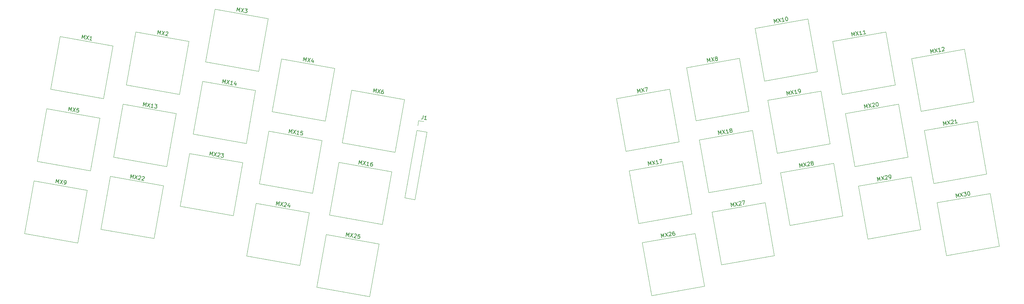
<source format=gto>
%TF.GenerationSoftware,KiCad,Pcbnew,5.1.6*%
%TF.CreationDate,2020-09-20T21:14:21+03:00*%
%TF.ProjectId,Ball40,42616c6c-3430-42e6-9b69-6361645f7063,rev?*%
%TF.SameCoordinates,Original*%
%TF.FileFunction,Legend,Top*%
%TF.FilePolarity,Positive*%
%FSLAX46Y46*%
G04 Gerber Fmt 4.6, Leading zero omitted, Abs format (unit mm)*
G04 Created by KiCad (PCBNEW 5.1.6) date 2020-09-20 21:14:21*
%MOMM*%
%LPD*%
G01*
G04 APERTURE LIST*
%ADD10C,0.120000*%
%ADD11C,0.150000*%
%ADD12C,4.087800*%
%ADD13C,1.850000*%
%ADD14C,3.148000*%
%ADD15C,1.800000*%
%ADD16C,4.100000*%
%ADD17C,2.300000*%
%ADD18C,0.750000*%
%ADD19O,1.000000X2.500000*%
%ADD20O,1.000000X1.800000*%
%ADD21C,0.100000*%
G04 APERTURE END LIST*
D10*
%TO.C,MX30*%
X259287771Y-111198704D02*
X256861906Y-97440940D01*
X273045536Y-108772839D02*
X259287771Y-111198704D01*
X270619671Y-95015075D02*
X273045536Y-108772839D01*
X256861906Y-97440940D02*
X270619671Y-95015075D01*
%TO.C,MX29*%
X238840771Y-106880704D02*
X236414906Y-93122940D01*
X252598536Y-104454839D02*
X238840771Y-106880704D01*
X250172671Y-90697075D02*
X252598536Y-104454839D01*
X236414906Y-93122940D02*
X250172671Y-90697075D01*
%TO.C,MX28*%
X218647771Y-103341814D02*
X216221906Y-89584050D01*
X232405536Y-100915949D02*
X218647771Y-103341814D01*
X229979671Y-87158185D02*
X232405536Y-100915949D01*
X216221906Y-89584050D02*
X229979671Y-87158185D01*
%TO.C,MX27*%
X200867771Y-113611704D02*
X198441906Y-99853940D01*
X214625536Y-111185839D02*
X200867771Y-113611704D01*
X212199671Y-97428075D02*
X214625536Y-111185839D01*
X198441906Y-99853940D02*
X212199671Y-97428075D01*
%TO.C,MX26*%
X182706771Y-121612704D02*
X180280906Y-107854940D01*
X196464536Y-119186839D02*
X182706771Y-121612704D01*
X194038671Y-105429075D02*
X196464536Y-119186839D01*
X180280906Y-107854940D02*
X194038671Y-105429075D01*
%TO.C,MX25*%
X95794185Y-119457950D02*
X98220050Y-105700185D01*
X109551949Y-121883815D02*
X95794185Y-119457950D01*
X111977814Y-108126050D02*
X109551949Y-121883815D01*
X98220050Y-105700185D02*
X111977814Y-108126050D01*
%TO.C,MX24*%
X77633185Y-111329950D02*
X80059050Y-97572185D01*
X91390949Y-113755815D02*
X77633185Y-111329950D01*
X93816814Y-99998050D02*
X91390949Y-113755815D01*
X80059050Y-97572185D02*
X93816814Y-99998050D01*
%TO.C,MX23*%
X60361185Y-98365707D02*
X62787050Y-84607942D01*
X74118949Y-100791572D02*
X60361185Y-98365707D01*
X76544814Y-87033807D02*
X74118949Y-100791572D01*
X62787050Y-84607942D02*
X76544814Y-87033807D01*
%TO.C,MX22*%
X39787185Y-104334707D02*
X42213050Y-90576942D01*
X53544949Y-106760572D02*
X39787185Y-104334707D01*
X55970814Y-93002807D02*
X53544949Y-106760572D01*
X42213050Y-90576942D02*
X55970814Y-93002807D01*
%TO.C,MX21*%
X255985771Y-92402704D02*
X253559906Y-78644940D01*
X269743536Y-89976839D02*
X255985771Y-92402704D01*
X267317671Y-76219075D02*
X269743536Y-89976839D01*
X253559906Y-78644940D02*
X267317671Y-76219075D01*
%TO.C,MX20*%
X235507050Y-87974814D02*
X233081185Y-74217050D01*
X249264815Y-85548949D02*
X235507050Y-87974814D01*
X246838950Y-71791185D02*
X249264815Y-85548949D01*
X233081185Y-74217050D02*
X246838950Y-71791185D01*
%TO.C,MX19*%
X215345771Y-84528704D02*
X212919906Y-70770940D01*
X229103536Y-82102839D02*
X215345771Y-84528704D01*
X226677671Y-68345075D02*
X229103536Y-82102839D01*
X212919906Y-70770940D02*
X226677671Y-68345075D01*
%TO.C,MX18*%
X197565771Y-94815704D02*
X195139906Y-81057940D01*
X211323536Y-92389839D02*
X197565771Y-94815704D01*
X208897671Y-78632075D02*
X211323536Y-92389839D01*
X195139906Y-81057940D02*
X208897671Y-78632075D01*
%TO.C,MX17*%
X179373050Y-102833814D02*
X176947185Y-89076050D01*
X193130815Y-100407949D02*
X179373050Y-102833814D01*
X190704950Y-86650185D02*
X193130815Y-100407949D01*
X176947185Y-89076050D02*
X190704950Y-86650185D01*
%TO.C,MX16*%
X99096185Y-100661950D02*
X101522050Y-86904185D01*
X112853949Y-103087815D02*
X99096185Y-100661950D01*
X115279814Y-89330050D02*
X112853949Y-103087815D01*
X101522050Y-86904185D02*
X115279814Y-89330050D01*
%TO.C,MX15*%
X80935185Y-92533950D02*
X83361050Y-78776185D01*
X94692949Y-94959815D02*
X80935185Y-92533950D01*
X97118814Y-81202050D02*
X94692949Y-94959815D01*
X83361050Y-78776185D02*
X97118814Y-81202050D01*
%TO.C,MX14*%
X63708641Y-79569707D02*
X66134506Y-65811942D01*
X77466405Y-81995572D02*
X63708641Y-79569707D01*
X79892270Y-68237807D02*
X77466405Y-81995572D01*
X66134506Y-65811942D02*
X79892270Y-68237807D01*
%TO.C,MX13*%
X43089185Y-85548950D02*
X45515050Y-71791185D01*
X56846949Y-87974815D02*
X43089185Y-85548950D01*
X59272814Y-74217050D02*
X56846949Y-87974815D01*
X45515050Y-71791185D02*
X59272814Y-74217050D01*
%TO.C,MX12*%
X252652050Y-73623814D02*
X250226185Y-59866050D01*
X266409815Y-71197949D02*
X252652050Y-73623814D01*
X263983950Y-57440185D02*
X266409815Y-71197949D01*
X250226185Y-59866050D02*
X263983950Y-57440185D01*
%TO.C,MX11*%
X232205050Y-69178814D02*
X229779185Y-55421050D01*
X245962815Y-66752949D02*
X232205050Y-69178814D01*
X243536950Y-52995185D02*
X245962815Y-66752949D01*
X229779185Y-55421050D02*
X243536950Y-52995185D01*
%TO.C,MX10*%
X212012050Y-65749814D02*
X209586185Y-51992050D01*
X225769815Y-63323949D02*
X212012050Y-65749814D01*
X223343950Y-49566185D02*
X225769815Y-63323949D01*
X209586185Y-51992050D02*
X223343950Y-49566185D01*
%TO.C,MX9*%
X19975185Y-105487950D02*
X22401050Y-91730185D01*
X33732949Y-107913815D02*
X19975185Y-105487950D01*
X36158814Y-94156050D02*
X33732949Y-107913815D01*
X22401050Y-91730185D02*
X36158814Y-94156050D01*
%TO.C,MX8*%
X194232050Y-76036814D02*
X191806185Y-62279050D01*
X207989815Y-73610949D02*
X194232050Y-76036814D01*
X205563950Y-59853185D02*
X207989815Y-73610949D01*
X191806185Y-62279050D02*
X205563950Y-59853185D01*
%TO.C,MX7*%
X176071050Y-84037814D02*
X173645185Y-70280050D01*
X189828815Y-81611949D02*
X176071050Y-84037814D01*
X187402950Y-67854185D02*
X189828815Y-81611949D01*
X173645185Y-70280050D02*
X187402950Y-67854185D01*
%TO.C,MX6*%
X102398185Y-81865950D02*
X104824050Y-68108185D01*
X116155949Y-84291815D02*
X102398185Y-81865950D01*
X118581814Y-70534050D02*
X116155949Y-84291815D01*
X104824050Y-68108185D02*
X118581814Y-70534050D01*
%TO.C,MX5*%
X23277185Y-86691950D02*
X25703050Y-72934185D01*
X37034949Y-89117815D02*
X23277185Y-86691950D01*
X39460814Y-75360050D02*
X37034949Y-89117815D01*
X25703050Y-72934185D02*
X39460814Y-75360050D01*
%TO.C,MX4*%
X84237185Y-73737950D02*
X86663050Y-59980185D01*
X97994949Y-76163815D02*
X84237185Y-73737950D01*
X100420814Y-62406050D02*
X97994949Y-76163815D01*
X86663050Y-59980185D02*
X100420814Y-62406050D01*
%TO.C,MX3*%
X66965185Y-60783950D02*
X69391050Y-47026185D01*
X80722949Y-63209815D02*
X66965185Y-60783950D01*
X83148814Y-49452050D02*
X80722949Y-63209815D01*
X69391050Y-47026185D02*
X83148814Y-49452050D01*
%TO.C,MX2*%
X46391185Y-66752950D02*
X48817050Y-52995185D01*
X60148949Y-69178815D02*
X46391185Y-66752950D01*
X62574814Y-55421050D02*
X60148949Y-69178815D01*
X48817050Y-52995185D02*
X62574814Y-55421050D01*
%TO.C,MX1*%
X26706185Y-67895950D02*
X29132050Y-54138185D01*
X40463949Y-70321815D02*
X26706185Y-67895950D01*
X42889814Y-56564050D02*
X40463949Y-70321815D01*
X29132050Y-54138185D02*
X42889814Y-56564050D01*
%TO.C,J1*%
X122238158Y-76056254D02*
X123547952Y-76287206D01*
X122007206Y-77366048D02*
X122238158Y-76056254D01*
X121786673Y-78616754D02*
X124406261Y-79078658D01*
X124406261Y-79078658D02*
X121308378Y-96647628D01*
X121786673Y-78616754D02*
X118688789Y-96185724D01*
X118688789Y-96185724D02*
X121308378Y-96647628D01*
%TO.C,MX30*%
D11*
X261929832Y-96103973D02*
X261756184Y-95119166D01*
X262208488Y-95764717D01*
X262412722Y-95003400D01*
X262586371Y-95988208D01*
X262787887Y-94937248D02*
X263618074Y-95806291D01*
X263444426Y-94821483D02*
X262961536Y-95922056D01*
X263725799Y-94771869D02*
X264335442Y-94664373D01*
X264073325Y-95097420D01*
X264214012Y-95072613D01*
X264316072Y-95102971D01*
X264371236Y-95141598D01*
X264434670Y-95227120D01*
X264476015Y-95461598D01*
X264445657Y-95563658D01*
X264407030Y-95618823D01*
X264321508Y-95682256D01*
X264040134Y-95731870D01*
X263938074Y-95701512D01*
X263882910Y-95662886D01*
X264945085Y-94556876D02*
X265038876Y-94540338D01*
X265140937Y-94570696D01*
X265196101Y-94609323D01*
X265259535Y-94694845D01*
X265339506Y-94874158D01*
X265380851Y-95108636D01*
X265367031Y-95304488D01*
X265336674Y-95406548D01*
X265298047Y-95461713D01*
X265212525Y-95525146D01*
X265118733Y-95541684D01*
X265016673Y-95511326D01*
X264961509Y-95472700D01*
X264898075Y-95387177D01*
X264818104Y-95207864D01*
X264776759Y-94973386D01*
X264790579Y-94777535D01*
X264820936Y-94675474D01*
X264859563Y-94620310D01*
X264945085Y-94556876D01*
%TO.C,MX29*%
X241482832Y-91785973D02*
X241309184Y-90801166D01*
X241761488Y-91446717D01*
X241965722Y-90685400D01*
X242139371Y-91670208D01*
X242340887Y-90619248D02*
X243171074Y-91488291D01*
X242997426Y-90503483D02*
X242514536Y-91604056D01*
X243342233Y-90539391D02*
X243380860Y-90484227D01*
X243466382Y-90420793D01*
X243700860Y-90379449D01*
X243802920Y-90409806D01*
X243858085Y-90448433D01*
X243921518Y-90533955D01*
X243938056Y-90627746D01*
X243915967Y-90776702D01*
X243452448Y-91438677D01*
X244062091Y-91331180D01*
X244531047Y-91248491D02*
X244718629Y-91215415D01*
X244804151Y-91151981D01*
X244842778Y-91096817D01*
X244911762Y-90939592D01*
X244925582Y-90743741D01*
X244859430Y-90368576D01*
X244795997Y-90283054D01*
X244740832Y-90244427D01*
X244638772Y-90214069D01*
X244451190Y-90247145D01*
X244365667Y-90310579D01*
X244327041Y-90365743D01*
X244296683Y-90467803D01*
X244338028Y-90702281D01*
X244401461Y-90787804D01*
X244456626Y-90826430D01*
X244558686Y-90856788D01*
X244746269Y-90823712D01*
X244831791Y-90760279D01*
X244870417Y-90705114D01*
X244900775Y-90603054D01*
%TO.C,MX28*%
X221289832Y-88247083D02*
X221116184Y-87262276D01*
X221568488Y-87907827D01*
X221772722Y-87146510D01*
X221946371Y-88131318D01*
X222147887Y-87080358D02*
X222978074Y-87949401D01*
X222804426Y-86964593D02*
X222321536Y-88065166D01*
X223149233Y-87000501D02*
X223187860Y-86945337D01*
X223273382Y-86881903D01*
X223507860Y-86840559D01*
X223609920Y-86870916D01*
X223665085Y-86909543D01*
X223728518Y-86995065D01*
X223745056Y-87088856D01*
X223722967Y-87237812D01*
X223259448Y-87899787D01*
X223869091Y-87792290D01*
X224332610Y-87130316D02*
X224230550Y-87099958D01*
X224175386Y-87061331D01*
X224111952Y-86975809D01*
X224103683Y-86928913D01*
X224134041Y-86826853D01*
X224172667Y-86771689D01*
X224258190Y-86708255D01*
X224445772Y-86675179D01*
X224547832Y-86705537D01*
X224602997Y-86744164D01*
X224666430Y-86829686D01*
X224674699Y-86876582D01*
X224644342Y-86978642D01*
X224605715Y-87033806D01*
X224520193Y-87097240D01*
X224332610Y-87130316D01*
X224247088Y-87193749D01*
X224208461Y-87248914D01*
X224178104Y-87350974D01*
X224211180Y-87538556D01*
X224274613Y-87624079D01*
X224329778Y-87662705D01*
X224431838Y-87693063D01*
X224619420Y-87659987D01*
X224704943Y-87596554D01*
X224743569Y-87541389D01*
X224773927Y-87439329D01*
X224740851Y-87251746D01*
X224677417Y-87166224D01*
X224622253Y-87127597D01*
X224520193Y-87097240D01*
%TO.C,MX27*%
X203509832Y-98516973D02*
X203336184Y-97532166D01*
X203788488Y-98177717D01*
X203992722Y-97416400D01*
X204166371Y-98401208D01*
X204367887Y-97350248D02*
X205198074Y-98219291D01*
X205024426Y-97234483D02*
X204541536Y-98335056D01*
X205369233Y-97270391D02*
X205407860Y-97215227D01*
X205493382Y-97151793D01*
X205727860Y-97110449D01*
X205829920Y-97140806D01*
X205885085Y-97179433D01*
X205948518Y-97264955D01*
X205965056Y-97358746D01*
X205942967Y-97507702D01*
X205479448Y-98169677D01*
X206089091Y-98062180D01*
X206243712Y-97019490D02*
X206900250Y-96903725D01*
X206651838Y-97962953D01*
%TO.C,MX26*%
X185348832Y-106517973D02*
X185175184Y-105533166D01*
X185627488Y-106178717D01*
X185831722Y-105417400D01*
X186005371Y-106402208D01*
X186206887Y-105351248D02*
X187037074Y-106220291D01*
X186863426Y-105235483D02*
X186380536Y-106336056D01*
X187208233Y-105271391D02*
X187246860Y-105216227D01*
X187332382Y-105152793D01*
X187566860Y-105111449D01*
X187668920Y-105141806D01*
X187724085Y-105180433D01*
X187787518Y-105265955D01*
X187804056Y-105359746D01*
X187781967Y-105508702D01*
X187318448Y-106170677D01*
X187928091Y-106063180D01*
X188598563Y-104929531D02*
X188410981Y-104962607D01*
X188325459Y-105026041D01*
X188286832Y-105081205D01*
X188217848Y-105238430D01*
X188204028Y-105434281D01*
X188270180Y-105809446D01*
X188333613Y-105894969D01*
X188388778Y-105933595D01*
X188490838Y-105963953D01*
X188678420Y-105930877D01*
X188763943Y-105867444D01*
X188802569Y-105812279D01*
X188832927Y-105710219D01*
X188791582Y-105475741D01*
X188728149Y-105390219D01*
X188672984Y-105351592D01*
X188570924Y-105321234D01*
X188383341Y-105354310D01*
X188297819Y-105417744D01*
X188259192Y-105472908D01*
X188228835Y-105574968D01*
%TO.C,MX25*%
X103439612Y-106177180D02*
X103613260Y-105192372D01*
X103817495Y-105953689D01*
X104269799Y-105308138D01*
X104096150Y-106292946D01*
X104644963Y-105374290D02*
X105127854Y-106474863D01*
X105301502Y-105490055D02*
X104471315Y-106359097D01*
X105613233Y-105641729D02*
X105668398Y-105603102D01*
X105770458Y-105572745D01*
X106004936Y-105614089D01*
X106090458Y-105677523D01*
X106129085Y-105732688D01*
X106159443Y-105834748D01*
X106142905Y-105928539D01*
X106071202Y-106060957D01*
X105409227Y-106524477D01*
X106018870Y-106631973D01*
X107083535Y-105804276D02*
X106614579Y-105721586D01*
X106484994Y-106182273D01*
X106540158Y-106143646D01*
X106642218Y-106113289D01*
X106876697Y-106154634D01*
X106962219Y-106218067D01*
X107000845Y-106273232D01*
X107031203Y-106375292D01*
X106989858Y-106609770D01*
X106926425Y-106695292D01*
X106871260Y-106733919D01*
X106769200Y-106764276D01*
X106534722Y-106722932D01*
X106449200Y-106659498D01*
X106410573Y-106604334D01*
%TO.C,MX24*%
X85278612Y-98049180D02*
X85452260Y-97064372D01*
X85656495Y-97825689D01*
X86108799Y-97180138D01*
X85935150Y-98164946D01*
X86483963Y-97246290D02*
X86966854Y-98346863D01*
X87140502Y-97362055D02*
X86310315Y-98231097D01*
X87452233Y-97513729D02*
X87507398Y-97475102D01*
X87609458Y-97444745D01*
X87843936Y-97486089D01*
X87929458Y-97549523D01*
X87968085Y-97604688D01*
X87998443Y-97706748D01*
X87981905Y-97800539D01*
X87910202Y-97932957D01*
X87248227Y-98396477D01*
X87857870Y-98503973D01*
X88817757Y-97996276D02*
X88701991Y-98652814D01*
X88649430Y-97579766D02*
X88290918Y-98241856D01*
X88900561Y-98349352D01*
%TO.C,MX23*%
X68006612Y-85084937D02*
X68180260Y-84100129D01*
X68384495Y-84861446D01*
X68836799Y-84215895D01*
X68663150Y-85200703D01*
X69211963Y-84282047D02*
X69694854Y-85382620D01*
X69868502Y-84397812D02*
X69038315Y-85266854D01*
X70180233Y-84549486D02*
X70235398Y-84510859D01*
X70337458Y-84480502D01*
X70571936Y-84521846D01*
X70657458Y-84585280D01*
X70696085Y-84640445D01*
X70726443Y-84742505D01*
X70709905Y-84836296D01*
X70638202Y-84968714D01*
X69976227Y-85432234D01*
X70585870Y-85539730D01*
X71087788Y-84612805D02*
X71697431Y-84720302D01*
X71303010Y-85037584D01*
X71443697Y-85062391D01*
X71529219Y-85125824D01*
X71567845Y-85180989D01*
X71598203Y-85283049D01*
X71556858Y-85517527D01*
X71493425Y-85603049D01*
X71438260Y-85641676D01*
X71336200Y-85672033D01*
X71054826Y-85622420D01*
X70969304Y-85558986D01*
X70930677Y-85503822D01*
%TO.C,MX22*%
X47432612Y-91053937D02*
X47606260Y-90069129D01*
X47810495Y-90830446D01*
X48262799Y-90184895D01*
X48089150Y-91169703D01*
X48637963Y-90251047D02*
X49120854Y-91351620D01*
X49294502Y-90366812D02*
X48464315Y-91235854D01*
X49606233Y-90518486D02*
X49661398Y-90479859D01*
X49763458Y-90449502D01*
X49997936Y-90490846D01*
X50083458Y-90554280D01*
X50122085Y-90609445D01*
X50152443Y-90711505D01*
X50135905Y-90805296D01*
X50064202Y-90937714D01*
X49402227Y-91401234D01*
X50011870Y-91508730D01*
X50544145Y-90683865D02*
X50599310Y-90645239D01*
X50701370Y-90614881D01*
X50935848Y-90656226D01*
X51021370Y-90719659D01*
X51059997Y-90774824D01*
X51090355Y-90876884D01*
X51073817Y-90970675D01*
X51002114Y-91103093D01*
X50340140Y-91566613D01*
X50949782Y-91674109D01*
%TO.C,MX21*%
X258627832Y-77307973D02*
X258454184Y-76323166D01*
X258906488Y-76968717D01*
X259110722Y-76207400D01*
X259284371Y-77192208D01*
X259485887Y-76141248D02*
X260316074Y-77010291D01*
X260142426Y-76025483D02*
X259659536Y-77126056D01*
X260487233Y-76061391D02*
X260525860Y-76006227D01*
X260611382Y-75942793D01*
X260845860Y-75901449D01*
X260947920Y-75931806D01*
X261003085Y-75970433D01*
X261066518Y-76055955D01*
X261083056Y-76149746D01*
X261060967Y-76298702D01*
X260597448Y-76960677D01*
X261207091Y-76853180D01*
X262145003Y-76687801D02*
X261582255Y-76787029D01*
X261863629Y-76737415D02*
X261689981Y-75752607D01*
X261620997Y-75909832D01*
X261543743Y-76020161D01*
X261458221Y-76083595D01*
%TO.C,MX20*%
X238149111Y-72880083D02*
X237975463Y-71895276D01*
X238427767Y-72540827D01*
X238632001Y-71779510D01*
X238805650Y-72764318D01*
X239007166Y-71713358D02*
X239837353Y-72582401D01*
X239663705Y-71597593D02*
X239180815Y-72698166D01*
X240008512Y-71633501D02*
X240047139Y-71578337D01*
X240132661Y-71514903D01*
X240367139Y-71473559D01*
X240469199Y-71503916D01*
X240524364Y-71542543D01*
X240587797Y-71628065D01*
X240604335Y-71721856D01*
X240582246Y-71870812D01*
X240118727Y-72532787D01*
X240728370Y-72425290D01*
X241164364Y-71332986D02*
X241258155Y-71316448D01*
X241360216Y-71346806D01*
X241415380Y-71385433D01*
X241478814Y-71470955D01*
X241558785Y-71650268D01*
X241600130Y-71884746D01*
X241586310Y-72080598D01*
X241555953Y-72182658D01*
X241517326Y-72237823D01*
X241431804Y-72301256D01*
X241338012Y-72317794D01*
X241235952Y-72287436D01*
X241180788Y-72248810D01*
X241117354Y-72163287D01*
X241037383Y-71983974D01*
X240996038Y-71749496D01*
X241009858Y-71553645D01*
X241040215Y-71451584D01*
X241078842Y-71396420D01*
X241164364Y-71332986D01*
%TO.C,MX19*%
X217987832Y-69433973D02*
X217814184Y-68449166D01*
X218266488Y-69094717D01*
X218470722Y-68333400D01*
X218644371Y-69318208D01*
X218845887Y-68267248D02*
X219676074Y-69136291D01*
X219502426Y-68151483D02*
X219019536Y-69252056D01*
X220567091Y-68979180D02*
X220004343Y-69078408D01*
X220285717Y-69028794D02*
X220112069Y-68043986D01*
X220043084Y-68201211D01*
X219965831Y-68311540D01*
X219880309Y-68374974D01*
X221036047Y-68896491D02*
X221223629Y-68863415D01*
X221309151Y-68799981D01*
X221347778Y-68744817D01*
X221416762Y-68587592D01*
X221430582Y-68391741D01*
X221364430Y-68016576D01*
X221300997Y-67931054D01*
X221245832Y-67892427D01*
X221143772Y-67862069D01*
X220956190Y-67895145D01*
X220870667Y-67958579D01*
X220832041Y-68013743D01*
X220801683Y-68115803D01*
X220843028Y-68350281D01*
X220906461Y-68435804D01*
X220961626Y-68474430D01*
X221063686Y-68504788D01*
X221251269Y-68471712D01*
X221336791Y-68408279D01*
X221375417Y-68353114D01*
X221405775Y-68251054D01*
%TO.C,MX18*%
X200207832Y-79720973D02*
X200034184Y-78736166D01*
X200486488Y-79381717D01*
X200690722Y-78620400D01*
X200864371Y-79605208D01*
X201065887Y-78554248D02*
X201896074Y-79423291D01*
X201722426Y-78438483D02*
X201239536Y-79539056D01*
X202787091Y-79266180D02*
X202224343Y-79365408D01*
X202505717Y-79315794D02*
X202332069Y-78330986D01*
X202263084Y-78488211D01*
X202185831Y-78598540D01*
X202100309Y-78661974D01*
X203250610Y-78604206D02*
X203148550Y-78573848D01*
X203093386Y-78535221D01*
X203029952Y-78449699D01*
X203021683Y-78402803D01*
X203052041Y-78300743D01*
X203090667Y-78245579D01*
X203176190Y-78182145D01*
X203363772Y-78149069D01*
X203465832Y-78179427D01*
X203520997Y-78218054D01*
X203584430Y-78303576D01*
X203592699Y-78350472D01*
X203562342Y-78452532D01*
X203523715Y-78507696D01*
X203438193Y-78571130D01*
X203250610Y-78604206D01*
X203165088Y-78667639D01*
X203126461Y-78722804D01*
X203096104Y-78824864D01*
X203129180Y-79012446D01*
X203192613Y-79097969D01*
X203247778Y-79136595D01*
X203349838Y-79166953D01*
X203537420Y-79133877D01*
X203622943Y-79070444D01*
X203661569Y-79015279D01*
X203691927Y-78913219D01*
X203658851Y-78725636D01*
X203595417Y-78640114D01*
X203540253Y-78601487D01*
X203438193Y-78571130D01*
%TO.C,MX17*%
X182015111Y-87739083D02*
X181841463Y-86754276D01*
X182293767Y-87399827D01*
X182498001Y-86638510D01*
X182671650Y-87623318D01*
X182873166Y-86572358D02*
X183703353Y-87441401D01*
X183529705Y-86456593D02*
X183046815Y-87557166D01*
X184594370Y-87284290D02*
X184031622Y-87383518D01*
X184312996Y-87333904D02*
X184139348Y-86349096D01*
X184070363Y-86506321D01*
X183993110Y-86616650D01*
X183907588Y-86680084D01*
X184748991Y-86241600D02*
X185405529Y-86125835D01*
X185157117Y-87185063D01*
%TO.C,MX16*%
X106741612Y-87381180D02*
X106915260Y-86396372D01*
X107119495Y-87157689D01*
X107571799Y-86512138D01*
X107398150Y-87496946D01*
X107946963Y-86578290D02*
X108429854Y-87678863D01*
X108603502Y-86694055D02*
X107773315Y-87563097D01*
X109320870Y-87835973D02*
X108758123Y-87736746D01*
X109039497Y-87786359D02*
X109213145Y-86801552D01*
X109094547Y-86925700D01*
X108984218Y-87002954D01*
X108882157Y-87033311D01*
X110338639Y-87000007D02*
X110151057Y-86966931D01*
X110048997Y-86997288D01*
X109993832Y-87035915D01*
X109875234Y-87160064D01*
X109795263Y-87339377D01*
X109729111Y-87714542D01*
X109759469Y-87816602D01*
X109798095Y-87871767D01*
X109883618Y-87935201D01*
X110071200Y-87968276D01*
X110173260Y-87937919D01*
X110228425Y-87899292D01*
X110291858Y-87813770D01*
X110333203Y-87579292D01*
X110302845Y-87477232D01*
X110264219Y-87422067D01*
X110178697Y-87358634D01*
X109991114Y-87325558D01*
X109889054Y-87355915D01*
X109833889Y-87394542D01*
X109770456Y-87480064D01*
%TO.C,MX15*%
X88580612Y-79253180D02*
X88754260Y-78268372D01*
X88958495Y-79029689D01*
X89410799Y-78384138D01*
X89237150Y-79368946D01*
X89785963Y-78450290D02*
X90268854Y-79550863D01*
X90442502Y-78566055D02*
X89612315Y-79435097D01*
X91159870Y-79707973D02*
X90597123Y-79608746D01*
X90878497Y-79658359D02*
X91052145Y-78673552D01*
X90933547Y-78797700D01*
X90823218Y-78874954D01*
X90721157Y-78905311D01*
X92224535Y-78880276D02*
X91755579Y-78797586D01*
X91625994Y-79258273D01*
X91681158Y-79219646D01*
X91783218Y-79189289D01*
X92017697Y-79230634D01*
X92103219Y-79294067D01*
X92141845Y-79349232D01*
X92172203Y-79451292D01*
X92130858Y-79685770D01*
X92067425Y-79771292D01*
X92012260Y-79809919D01*
X91910200Y-79840276D01*
X91675722Y-79798932D01*
X91590200Y-79735498D01*
X91551573Y-79680334D01*
%TO.C,MX14*%
X71354068Y-66288937D02*
X71527716Y-65304129D01*
X71731951Y-66065446D01*
X72184255Y-65419895D01*
X72010606Y-66404703D01*
X72559419Y-65486047D02*
X73042310Y-66586620D01*
X73215958Y-65601812D02*
X72385771Y-66470854D01*
X73933326Y-66743730D02*
X73370579Y-66644503D01*
X73651953Y-66694116D02*
X73825601Y-65709309D01*
X73707003Y-65833457D01*
X73596674Y-65910711D01*
X73494613Y-65941068D01*
X74893213Y-66236033D02*
X74777447Y-66892571D01*
X74724886Y-65819523D02*
X74366374Y-66481613D01*
X74976017Y-66589109D01*
%TO.C,MX13*%
X50734612Y-72268180D02*
X50908260Y-71283372D01*
X51112495Y-72044689D01*
X51564799Y-71399138D01*
X51391150Y-72383946D01*
X51939963Y-71465290D02*
X52422854Y-72565863D01*
X52596502Y-71581055D02*
X51766315Y-72450097D01*
X53313870Y-72722973D02*
X52751123Y-72623746D01*
X53032497Y-72673359D02*
X53206145Y-71688552D01*
X53087547Y-71812700D01*
X52977218Y-71889954D01*
X52875157Y-71920311D01*
X53815788Y-71796048D02*
X54425431Y-71903545D01*
X54031010Y-72220827D01*
X54171697Y-72245634D01*
X54257219Y-72309067D01*
X54295845Y-72364232D01*
X54326203Y-72466292D01*
X54284858Y-72700770D01*
X54221425Y-72786292D01*
X54166260Y-72824919D01*
X54064200Y-72855276D01*
X53782826Y-72805663D01*
X53697304Y-72742229D01*
X53658677Y-72687065D01*
%TO.C,MX12*%
X255294111Y-58529083D02*
X255120463Y-57544276D01*
X255572767Y-58189827D01*
X255777001Y-57428510D01*
X255950650Y-58413318D01*
X256152166Y-57362358D02*
X256982353Y-58231401D01*
X256808705Y-57246593D02*
X256325815Y-58347166D01*
X257873370Y-58074290D02*
X257310622Y-58173518D01*
X257591996Y-58123904D02*
X257418348Y-57139096D01*
X257349363Y-57296321D01*
X257272110Y-57406650D01*
X257186588Y-57470084D01*
X258091424Y-57117122D02*
X258130051Y-57061958D01*
X258215573Y-56998524D01*
X258450051Y-56957179D01*
X258552111Y-56987537D01*
X258607276Y-57026164D01*
X258670709Y-57111686D01*
X258687247Y-57205477D01*
X258665159Y-57354433D01*
X258201639Y-58016408D01*
X258811282Y-57908911D01*
%TO.C,MX11*%
X234847111Y-54084083D02*
X234673463Y-53099276D01*
X235125767Y-53744827D01*
X235330001Y-52983510D01*
X235503650Y-53968318D01*
X235705166Y-52917358D02*
X236535353Y-53786401D01*
X236361705Y-52801593D02*
X235878815Y-53902166D01*
X237426370Y-53629290D02*
X236863622Y-53728518D01*
X237144996Y-53678904D02*
X236971348Y-52694096D01*
X236902363Y-52851321D01*
X236825110Y-52961650D01*
X236739588Y-53025084D01*
X238364282Y-53463911D02*
X237801534Y-53563139D01*
X238082908Y-53513525D02*
X237909260Y-52528717D01*
X237840276Y-52685942D01*
X237763022Y-52796271D01*
X237677500Y-52859705D01*
%TO.C,MX10*%
X214654111Y-50655083D02*
X214480463Y-49670276D01*
X214932767Y-50315827D01*
X215137001Y-49554510D01*
X215310650Y-50539318D01*
X215512166Y-49488358D02*
X216342353Y-50357401D01*
X216168705Y-49372593D02*
X215685815Y-50473166D01*
X217233370Y-50200290D02*
X216670622Y-50299518D01*
X216951996Y-50249904D02*
X216778348Y-49265096D01*
X216709363Y-49422321D01*
X216632110Y-49532650D01*
X216546588Y-49596084D01*
X217669364Y-49107986D02*
X217763155Y-49091448D01*
X217865216Y-49121806D01*
X217920380Y-49160433D01*
X217983814Y-49245955D01*
X218063785Y-49425268D01*
X218105130Y-49659746D01*
X218091310Y-49855598D01*
X218060953Y-49957658D01*
X218022326Y-50012823D01*
X217936804Y-50076256D01*
X217843012Y-50092794D01*
X217740952Y-50062436D01*
X217685788Y-50023810D01*
X217622354Y-49938287D01*
X217542383Y-49758974D01*
X217501038Y-49524496D01*
X217514858Y-49328645D01*
X217545215Y-49226584D01*
X217583842Y-49171420D01*
X217669364Y-49107986D01*
%TO.C,MX9*%
X28089568Y-92289870D02*
X28263216Y-91305062D01*
X28467451Y-92066379D01*
X28919755Y-91420828D01*
X28746106Y-92405635D01*
X29294920Y-91486979D02*
X29777810Y-92587552D01*
X29951458Y-91602745D02*
X29121271Y-92471787D01*
X30199870Y-92661973D02*
X30387453Y-92695049D01*
X30489513Y-92664691D01*
X30544677Y-92626065D01*
X30663276Y-92501916D01*
X30743247Y-92322602D01*
X30809399Y-91947437D01*
X30779041Y-91845377D01*
X30740414Y-91790213D01*
X30654892Y-91726779D01*
X30467310Y-91693703D01*
X30365250Y-91724061D01*
X30310085Y-91762688D01*
X30246651Y-91848210D01*
X30205307Y-92082688D01*
X30235664Y-92184748D01*
X30274291Y-92239913D01*
X30359813Y-92303346D01*
X30547396Y-92336422D01*
X30649456Y-92306064D01*
X30704620Y-92267438D01*
X30768054Y-92181915D01*
%TO.C,MX8*%
X197343067Y-60859394D02*
X197169419Y-59874586D01*
X197621723Y-60520137D01*
X197825958Y-59758821D01*
X197999606Y-60743628D01*
X198201122Y-59692669D02*
X199031309Y-60561711D01*
X198857661Y-59576903D02*
X198374771Y-60677477D01*
X199447933Y-59908005D02*
X199345873Y-59877648D01*
X199290709Y-59839021D01*
X199227275Y-59753499D01*
X199219006Y-59706603D01*
X199249364Y-59604543D01*
X199287990Y-59549378D01*
X199373513Y-59485945D01*
X199561095Y-59452869D01*
X199663155Y-59483227D01*
X199718320Y-59521853D01*
X199781753Y-59607376D01*
X199790022Y-59654271D01*
X199759665Y-59756331D01*
X199721038Y-59811496D01*
X199635516Y-59874929D01*
X199447933Y-59908005D01*
X199362411Y-59971439D01*
X199323784Y-60026603D01*
X199293427Y-60128664D01*
X199326503Y-60316246D01*
X199389936Y-60401768D01*
X199445101Y-60440395D01*
X199547161Y-60470753D01*
X199734743Y-60437677D01*
X199820265Y-60374243D01*
X199858892Y-60319079D01*
X199889250Y-60217018D01*
X199856174Y-60029436D01*
X199792740Y-59943914D01*
X199737576Y-59905287D01*
X199635516Y-59874929D01*
%TO.C,MX7*%
X179182067Y-68860394D02*
X179008419Y-67875586D01*
X179460723Y-68521137D01*
X179664958Y-67759821D01*
X179838606Y-68744628D01*
X180040122Y-67693669D02*
X180870309Y-68562711D01*
X180696661Y-67577903D02*
X180213771Y-68678477D01*
X180978035Y-67528290D02*
X181634573Y-67412524D01*
X181386161Y-68471753D01*
%TO.C,MX6*%
X110512568Y-68667870D02*
X110686216Y-67683062D01*
X110890451Y-68444379D01*
X111342755Y-67798828D01*
X111169106Y-68783635D01*
X111717920Y-67864979D02*
X112200810Y-68965552D01*
X112374458Y-67980745D02*
X111544271Y-68849787D01*
X113171683Y-68121317D02*
X112984101Y-68088241D01*
X112882041Y-68118599D01*
X112826876Y-68157225D01*
X112708278Y-68281374D01*
X112628307Y-68460688D01*
X112562155Y-68835853D01*
X112592513Y-68937913D01*
X112631139Y-68993077D01*
X112716662Y-69056511D01*
X112904244Y-69089587D01*
X113006304Y-69059229D01*
X113061469Y-69020602D01*
X113124902Y-68935080D01*
X113166247Y-68700602D01*
X113135889Y-68598542D01*
X113097263Y-68543377D01*
X113011740Y-68479944D01*
X112824158Y-68446868D01*
X112722098Y-68477226D01*
X112666933Y-68515852D01*
X112603500Y-68601375D01*
%TO.C,MX5*%
X31391568Y-73493870D02*
X31565216Y-72509062D01*
X31769451Y-73270379D01*
X32221755Y-72624828D01*
X32048106Y-73609635D01*
X32596920Y-72690979D02*
X33079810Y-73791552D01*
X33253458Y-72806745D02*
X32423271Y-73675787D01*
X34097579Y-72955586D02*
X33628623Y-72872896D01*
X33499038Y-73333583D01*
X33554202Y-73294957D01*
X33656262Y-73264599D01*
X33890740Y-73305944D01*
X33976263Y-73369377D01*
X34014889Y-73424542D01*
X34045247Y-73526602D01*
X34003902Y-73761080D01*
X33940469Y-73846602D01*
X33885304Y-73885229D01*
X33783244Y-73915587D01*
X33548766Y-73874242D01*
X33463244Y-73810808D01*
X33424617Y-73755644D01*
%TO.C,MX4*%
X92351568Y-60539870D02*
X92525216Y-59555062D01*
X92729451Y-60316379D01*
X93181755Y-59670828D01*
X93008106Y-60655635D01*
X93556920Y-59736979D02*
X94039810Y-60837552D01*
X94213458Y-59852745D02*
X93383271Y-60721787D01*
X94952801Y-60321586D02*
X94837035Y-60978125D01*
X94784474Y-59905077D02*
X94425962Y-60567166D01*
X95035605Y-60674662D01*
%TO.C,MX3*%
X75079568Y-47585870D02*
X75253216Y-46601062D01*
X75457451Y-47362379D01*
X75909755Y-46716828D01*
X75736106Y-47701635D01*
X76284920Y-46782979D02*
X76767810Y-47883552D01*
X76941458Y-46898745D02*
X76111271Y-47767787D01*
X77222832Y-46948358D02*
X77832475Y-47055855D01*
X77438054Y-47373137D01*
X77578740Y-47397944D01*
X77664263Y-47461377D01*
X77702889Y-47516542D01*
X77733247Y-47618602D01*
X77691902Y-47853080D01*
X77628469Y-47938602D01*
X77573304Y-47977229D01*
X77471244Y-48007587D01*
X77189870Y-47957973D01*
X77104348Y-47894540D01*
X77065721Y-47839375D01*
%TO.C,MX2*%
X54505568Y-53554870D02*
X54679216Y-52570062D01*
X54883451Y-53331379D01*
X55335755Y-52685828D01*
X55162106Y-53670635D01*
X55710920Y-52751979D02*
X56193810Y-53852552D01*
X56367458Y-52867745D02*
X55537271Y-53736787D01*
X56679189Y-53019419D02*
X56734354Y-52980792D01*
X56836414Y-52950434D01*
X57070892Y-52991779D01*
X57156414Y-53055213D01*
X57195041Y-53110377D01*
X57225399Y-53212437D01*
X57208861Y-53306229D01*
X57137158Y-53438646D01*
X56475183Y-53902166D01*
X57084826Y-54009663D01*
%TO.C,MX1*%
X34820568Y-54697870D02*
X34994216Y-53713062D01*
X35198451Y-54474379D01*
X35650755Y-53828828D01*
X35477106Y-54813635D01*
X36025920Y-53894979D02*
X36508810Y-54995552D01*
X36682458Y-54010745D02*
X35852271Y-54879787D01*
X37399826Y-55152663D02*
X36837079Y-55053435D01*
X37118453Y-55103049D02*
X37292101Y-54118241D01*
X37173503Y-54242390D01*
X37063174Y-54319643D01*
X36961114Y-54350001D01*
%TO.C,J1*%
X123488423Y-74705215D02*
X123364389Y-75408649D01*
X123292686Y-75541067D01*
X123182357Y-75618321D01*
X123033401Y-75640409D01*
X122939610Y-75623871D01*
X124299583Y-75863671D02*
X123736836Y-75764444D01*
X124018209Y-75814057D02*
X124191857Y-74829250D01*
X124073259Y-74953399D01*
X123962930Y-75030652D01*
X123860870Y-75061010D01*
%TD*%
%LPC*%
D12*
%TO.C,MX32*%
X192024000Y-133223000D03*
D13*
X187021177Y-134105133D03*
X197026823Y-132340867D03*
D14*
X181511565Y-142169381D03*
X204962300Y-138034384D03*
D12*
X178865167Y-127160911D03*
X202315902Y-123025913D03*
%TD*%
%TO.C,MX31*%
X100153177Y-133610867D03*
D13*
X95150354Y-132728734D03*
X105156000Y-134493000D03*
D14*
X87214877Y-138422251D03*
X110665612Y-142557248D03*
D12*
X89861275Y-123413780D03*
X113312010Y-127548778D03*
%TD*%
D15*
%TO.C,MX30*%
X269956544Y-102224757D03*
X259950898Y-103989022D03*
D16*
X264953721Y-103106890D03*
D17*
X260760537Y-101267078D03*
X266573000Y-97663000D03*
%TD*%
D15*
%TO.C,MX29*%
X249509544Y-97906757D03*
X239503898Y-99671022D03*
D16*
X244506721Y-98788890D03*
D17*
X240313537Y-96949078D03*
X246126000Y-93345000D03*
%TD*%
D15*
%TO.C,MX28*%
X229316544Y-94367867D03*
X219310898Y-96132132D03*
D16*
X224313721Y-95250000D03*
D17*
X220120537Y-93410188D03*
X225933000Y-89806110D03*
%TD*%
D15*
%TO.C,MX27*%
X211536544Y-104637757D03*
X201530898Y-106402022D03*
D16*
X206533721Y-105519890D03*
D17*
X202340537Y-103680078D03*
X208153000Y-100076000D03*
%TD*%
D15*
%TO.C,MX26*%
X193375544Y-112638757D03*
X183369898Y-114403022D03*
D16*
X188372721Y-113520890D03*
D17*
X184179537Y-111681078D03*
X189992000Y-108077000D03*
%TD*%
D15*
%TO.C,MX25*%
X108888823Y-114674133D03*
X98883176Y-112909867D03*
D16*
X103886000Y-113792000D03*
D17*
X100574948Y-110628989D03*
X107269544Y-109230243D03*
%TD*%
D15*
%TO.C,MX24*%
X90727823Y-106546133D03*
X80722176Y-104781867D03*
D16*
X85725000Y-105664000D03*
D17*
X82413948Y-102500989D03*
X89108544Y-101102243D03*
%TD*%
D15*
%TO.C,MX23*%
X73455823Y-93581890D03*
X63450176Y-91817624D03*
D16*
X68453000Y-92699757D03*
D17*
X65141948Y-89536746D03*
X71836544Y-88138000D03*
%TD*%
D15*
%TO.C,MX22*%
X52881823Y-99550890D03*
X42876176Y-97786624D03*
D16*
X47879000Y-98668757D03*
D17*
X44567948Y-95505746D03*
X51262544Y-94107000D03*
%TD*%
D15*
%TO.C,MX21*%
X266654544Y-83428757D03*
X256648898Y-85193022D03*
D16*
X261651721Y-84310890D03*
D17*
X257458537Y-82471078D03*
X263271000Y-78867000D03*
%TD*%
D15*
%TO.C,MX20*%
X246175823Y-79000867D03*
X236170177Y-80765132D03*
D16*
X241173000Y-79883000D03*
D17*
X236979816Y-78043188D03*
X242792279Y-74439110D03*
%TD*%
D15*
%TO.C,MX19*%
X226014544Y-75554757D03*
X216008898Y-77319022D03*
D16*
X221011721Y-76436890D03*
D17*
X216818537Y-74597078D03*
X222631000Y-70993000D03*
%TD*%
D15*
%TO.C,MX18*%
X208234544Y-85841757D03*
X198228898Y-87606022D03*
D16*
X203231721Y-86723890D03*
D17*
X199038537Y-84884078D03*
X204851000Y-81280000D03*
%TD*%
D15*
%TO.C,MX17*%
X190041823Y-93859867D03*
X180036177Y-95624132D03*
D16*
X185039000Y-94742000D03*
D17*
X180845816Y-92902188D03*
X186658279Y-89298110D03*
%TD*%
D15*
%TO.C,MX16*%
X112190823Y-95878133D03*
X102185176Y-94113867D03*
D16*
X107188000Y-94996000D03*
D17*
X103876948Y-91832989D03*
X110571544Y-90434243D03*
%TD*%
D15*
%TO.C,MX15*%
X94029823Y-87750133D03*
X84024176Y-85985867D03*
D16*
X89027000Y-86868000D03*
D17*
X85715948Y-83704989D03*
X92410544Y-82306243D03*
%TD*%
D15*
%TO.C,MX14*%
X76803279Y-74785890D03*
X66797632Y-73021624D03*
D16*
X71800456Y-73903757D03*
D17*
X68489404Y-70740746D03*
X75184000Y-69342000D03*
%TD*%
D15*
%TO.C,MX13*%
X56183823Y-80765133D03*
X46178176Y-79000867D03*
D16*
X51181000Y-79883000D03*
D17*
X47869948Y-76719989D03*
X54564544Y-75321243D03*
%TD*%
D15*
%TO.C,MX12*%
X263320823Y-64649867D03*
X253315177Y-66414132D03*
D16*
X258318000Y-65532000D03*
D17*
X254124816Y-63692188D03*
X259937279Y-60088110D03*
%TD*%
D15*
%TO.C,MX11*%
X242873823Y-60204867D03*
X232868177Y-61969132D03*
D16*
X237871000Y-61087000D03*
D17*
X233677816Y-59247188D03*
X239490279Y-55643110D03*
%TD*%
D15*
%TO.C,MX10*%
X222680823Y-56775867D03*
X212675177Y-58540132D03*
D16*
X217678000Y-57658000D03*
D17*
X213484816Y-55818188D03*
X219297279Y-52214110D03*
%TD*%
D15*
%TO.C,MX9*%
X33069823Y-100704133D03*
X23064176Y-98939867D03*
D16*
X28067000Y-99822000D03*
D17*
X24755948Y-96658989D03*
X31450544Y-95260243D03*
%TD*%
D15*
%TO.C,MX8*%
X204900823Y-67062867D03*
X194895177Y-68827132D03*
D16*
X199898000Y-67945000D03*
D17*
X195704816Y-66105188D03*
X201517279Y-62501110D03*
%TD*%
D15*
%TO.C,MX7*%
X186739823Y-75063867D03*
X176734177Y-76828132D03*
D16*
X181737000Y-75946000D03*
D17*
X177543816Y-74106188D03*
X183356279Y-70502110D03*
%TD*%
D15*
%TO.C,MX6*%
X115492823Y-77082133D03*
X105487176Y-75317867D03*
D16*
X110490000Y-76200000D03*
D17*
X107178948Y-73036989D03*
X113873544Y-71638243D03*
%TD*%
D15*
%TO.C,MX5*%
X36371823Y-81908133D03*
X26366176Y-80143867D03*
D16*
X31369000Y-81026000D03*
D17*
X28057948Y-77862989D03*
X34752544Y-76464243D03*
%TD*%
D15*
%TO.C,MX4*%
X97331823Y-68954133D03*
X87326176Y-67189867D03*
D16*
X92329000Y-68072000D03*
D17*
X89017948Y-64908989D03*
X95712544Y-63510243D03*
%TD*%
D15*
%TO.C,MX3*%
X80059823Y-56000133D03*
X70054176Y-54235867D03*
D16*
X75057000Y-55118000D03*
D17*
X71745948Y-51954989D03*
X78440544Y-50556243D03*
%TD*%
D15*
%TO.C,MX2*%
X59485823Y-61969133D03*
X49480176Y-60204867D03*
D16*
X54483000Y-61087000D03*
D17*
X51171948Y-57923989D03*
X57866544Y-56525243D03*
%TD*%
D15*
%TO.C,MX1*%
X39800823Y-63112133D03*
X29795176Y-61347867D03*
D16*
X34798000Y-62230000D03*
D17*
X31486948Y-59066989D03*
X38181544Y-57668243D03*
%TD*%
D18*
%TO.C,J2*%
X147950000Y-59948000D03*
X146250000Y-59948000D03*
X147100000Y-59948000D03*
X148800000Y-59948000D03*
X149650000Y-59948000D03*
X150500000Y-59948000D03*
X151350000Y-59948000D03*
X152200000Y-59948000D03*
X146250000Y-58623000D03*
X147105000Y-58623000D03*
X147955000Y-58623000D03*
X148805000Y-58623000D03*
X149655000Y-58623000D03*
X150505000Y-58623000D03*
X151355000Y-58623000D03*
X152205000Y-58623000D03*
D19*
X144900000Y-58968000D03*
X153550000Y-58968000D03*
D20*
X144900000Y-55588000D03*
X153550000Y-55588000D03*
%TD*%
%TO.C,J1*%
G36*
G01*
X119343208Y-94950599D02*
X119343208Y-94950599D01*
G75*
G02*
X120385818Y-94220555I886327J-156283D01*
G01*
X120385818Y-94220555D01*
G75*
G02*
X121115862Y-95263165I-156283J-886327D01*
G01*
X121115862Y-95263165D01*
G75*
G02*
X120073252Y-95993209I-886327J156283D01*
G01*
X120073252Y-95993209D01*
G75*
G02*
X119343208Y-94950599I156283J886327D01*
G01*
G37*
G36*
G01*
X119784275Y-92449187D02*
X119784275Y-92449187D01*
G75*
G02*
X120826885Y-91719143I886327J-156283D01*
G01*
X120826885Y-91719143D01*
G75*
G02*
X121556929Y-92761753I-156283J-886327D01*
G01*
X121556929Y-92761753D01*
G75*
G02*
X120514319Y-93491797I-886327J156283D01*
G01*
X120514319Y-93491797D01*
G75*
G02*
X119784275Y-92449187I156283J886327D01*
G01*
G37*
G36*
G01*
X120225341Y-89947775D02*
X120225341Y-89947775D01*
G75*
G02*
X121267951Y-89217731I886327J-156283D01*
G01*
X121267951Y-89217731D01*
G75*
G02*
X121997995Y-90260341I-156283J-886327D01*
G01*
X121997995Y-90260341D01*
G75*
G02*
X120955385Y-90990385I-886327J156283D01*
G01*
X120955385Y-90990385D01*
G75*
G02*
X120225341Y-89947775I156283J886327D01*
G01*
G37*
G36*
G01*
X120666408Y-87446364D02*
X120666408Y-87446364D01*
G75*
G02*
X121709018Y-86716320I886327J-156283D01*
G01*
X121709018Y-86716320D01*
G75*
G02*
X122439062Y-87758930I-156283J-886327D01*
G01*
X122439062Y-87758930D01*
G75*
G02*
X121396452Y-88488974I-886327J156283D01*
G01*
X121396452Y-88488974D01*
G75*
G02*
X120666408Y-87446364I156283J886327D01*
G01*
G37*
G36*
G01*
X121107474Y-84944952D02*
X121107474Y-84944952D01*
G75*
G02*
X122150084Y-84214908I886327J-156283D01*
G01*
X122150084Y-84214908D01*
G75*
G02*
X122880128Y-85257518I-156283J-886327D01*
G01*
X122880128Y-85257518D01*
G75*
G02*
X121837518Y-85987562I-886327J156283D01*
G01*
X121837518Y-85987562D01*
G75*
G02*
X121107474Y-84944952I156283J886327D01*
G01*
G37*
G36*
G01*
X121548540Y-82443540D02*
X121548540Y-82443540D01*
G75*
G02*
X122591150Y-81713496I886327J-156283D01*
G01*
X122591150Y-81713496D01*
G75*
G02*
X123321194Y-82756106I-156283J-886327D01*
G01*
X123321194Y-82756106D01*
G75*
G02*
X122278584Y-83486150I-886327J156283D01*
G01*
X122278584Y-83486150D01*
G75*
G02*
X121548540Y-82443540I156283J886327D01*
G01*
G37*
G36*
G01*
X121989607Y-79942129D02*
X121989607Y-79942129D01*
G75*
G02*
X123032217Y-79212085I886327J-156283D01*
G01*
X123032217Y-79212085D01*
G75*
G02*
X123762261Y-80254695I-156283J-886327D01*
G01*
X123762261Y-80254695D01*
G75*
G02*
X122719651Y-80984739I-886327J156283D01*
G01*
X122719651Y-80984739D01*
G75*
G02*
X121989607Y-79942129I156283J886327D01*
G01*
G37*
D21*
G36*
X122274390Y-78327044D02*
G01*
X122586956Y-76554390D01*
X124359610Y-76866956D01*
X124047044Y-78639610D01*
X122274390Y-78327044D01*
G37*
%TD*%
M02*

</source>
